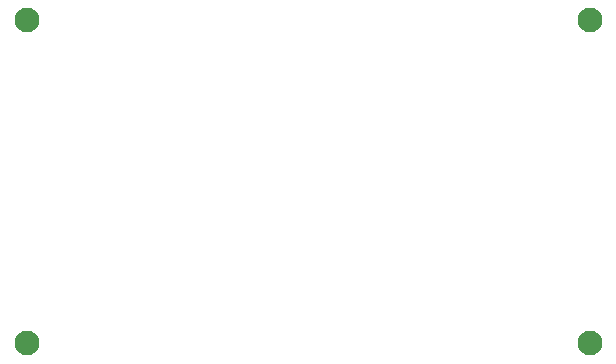
<source format=gbr>
%TF.GenerationSoftware,KiCad,Pcbnew,9.0.2*%
%TF.CreationDate,2025-08-31T01:54:50-04:00*%
%TF.ProjectId,MCU_Datalogger,4d43555f-4461-4746-916c-6f676765722e,1*%
%TF.SameCoordinates,Original*%
%TF.FileFunction,NonPlated,1,2,NPTH,Drill*%
%TF.FilePolarity,Positive*%
%FSLAX46Y46*%
G04 Gerber Fmt 4.6, Leading zero omitted, Abs format (unit mm)*
G04 Created by KiCad (PCBNEW 9.0.2) date 2025-08-31 01:54:50*
%MOMM*%
%LPD*%
G01*
G04 APERTURE LIST*
%TA.AperFunction,ComponentDrill*%
%ADD10C,2.100000*%
%TD*%
G04 APERTURE END LIST*
D10*
%TO.C,H1*%
X93980000Y-107315000D03*
%TO.C,H2*%
X93980000Y-134620000D03*
%TO.C,H3*%
X141605000Y-107315000D03*
%TO.C,H4*%
X141605000Y-134620000D03*
M02*

</source>
